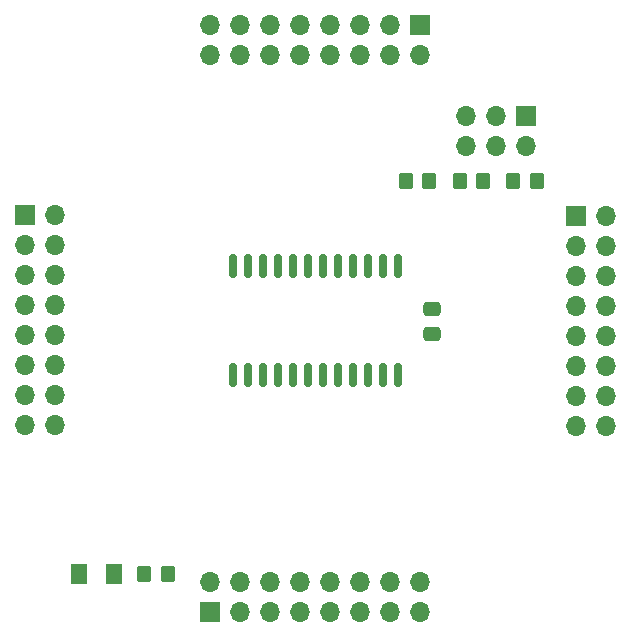
<source format=gbr>
%TF.GenerationSoftware,KiCad,Pcbnew,6.0.11+dfsg-1~bpo11+1*%
%TF.CreationDate,2023-04-06T13:49:23+02:00*%
%TF.ProjectId,dvert_11,64766572-745f-4313-912e-6b696361645f,1.1*%
%TF.SameCoordinates,Original*%
%TF.FileFunction,Soldermask,Top*%
%TF.FilePolarity,Negative*%
%FSLAX46Y46*%
G04 Gerber Fmt 4.6, Leading zero omitted, Abs format (unit mm)*
G04 Created by KiCad (PCBNEW 6.0.11+dfsg-1~bpo11+1) date 2023-04-06 13:49:23*
%MOMM*%
%LPD*%
G01*
G04 APERTURE LIST*
G04 Aperture macros list*
%AMRoundRect*
0 Rectangle with rounded corners*
0 $1 Rounding radius*
0 $2 $3 $4 $5 $6 $7 $8 $9 X,Y pos of 4 corners*
0 Add a 4 corners polygon primitive as box body*
4,1,4,$2,$3,$4,$5,$6,$7,$8,$9,$2,$3,0*
0 Add four circle primitives for the rounded corners*
1,1,$1+$1,$2,$3*
1,1,$1+$1,$4,$5*
1,1,$1+$1,$6,$7*
1,1,$1+$1,$8,$9*
0 Add four rect primitives between the rounded corners*
20,1,$1+$1,$2,$3,$4,$5,0*
20,1,$1+$1,$4,$5,$6,$7,0*
20,1,$1+$1,$6,$7,$8,$9,0*
20,1,$1+$1,$8,$9,$2,$3,0*%
G04 Aperture macros list end*
%ADD10R,1.700000X1.700000*%
%ADD11O,1.700000X1.700000*%
%ADD12RoundRect,0.250000X0.350000X0.450000X-0.350000X0.450000X-0.350000X-0.450000X0.350000X-0.450000X0*%
%ADD13RoundRect,0.150000X-0.150000X0.875000X-0.150000X-0.875000X0.150000X-0.875000X0.150000X0.875000X0*%
%ADD14RoundRect,0.250001X-0.462499X-0.624999X0.462499X-0.624999X0.462499X0.624999X-0.462499X0.624999X0*%
%ADD15RoundRect,0.250000X0.475000X-0.337500X0.475000X0.337500X-0.475000X0.337500X-0.475000X-0.337500X0*%
G04 APERTURE END LIST*
D10*
%TO.C,J3*%
X169072500Y-91865000D03*
D11*
X171612500Y-91865000D03*
X169072500Y-94405000D03*
X171612500Y-94405000D03*
X169072500Y-96945000D03*
X171612500Y-96945000D03*
X169072500Y-99485000D03*
X171612500Y-99485000D03*
X169072500Y-102025000D03*
X171612500Y-102025000D03*
X169072500Y-104565000D03*
X171612500Y-104565000D03*
X169072500Y-107105000D03*
X171612500Y-107105000D03*
X169072500Y-109645000D03*
X171612500Y-109645000D03*
%TD*%
D12*
%TO.C,R2*%
X161200000Y-88950000D03*
X159200000Y-88950000D03*
%TD*%
D13*
%TO.C,U1*%
X153985000Y-96080000D03*
X152715000Y-96080000D03*
X151445000Y-96080000D03*
X150175000Y-96080000D03*
X148905000Y-96080000D03*
X147635000Y-96080000D03*
X146365000Y-96080000D03*
X145095000Y-96080000D03*
X143825000Y-96080000D03*
X142555000Y-96080000D03*
X141285000Y-96080000D03*
X140015000Y-96080000D03*
X140015000Y-105380000D03*
X141285000Y-105380000D03*
X142555000Y-105380000D03*
X143825000Y-105380000D03*
X145095000Y-105380000D03*
X146365000Y-105380000D03*
X147635000Y-105380000D03*
X148905000Y-105380000D03*
X150175000Y-105380000D03*
X151445000Y-105380000D03*
X152715000Y-105380000D03*
X153985000Y-105380000D03*
%TD*%
D10*
%TO.C,J4*%
X122417500Y-91820000D03*
D11*
X124957500Y-91820000D03*
X122417500Y-94360000D03*
X124957500Y-94360000D03*
X122417500Y-96900000D03*
X124957500Y-96900000D03*
X122417500Y-99440000D03*
X124957500Y-99440000D03*
X122417500Y-101980000D03*
X124957500Y-101980000D03*
X122417500Y-104520000D03*
X124957500Y-104520000D03*
X122417500Y-107060000D03*
X124957500Y-107060000D03*
X122417500Y-109600000D03*
X124957500Y-109600000D03*
%TD*%
D12*
%TO.C,R3*%
X156650000Y-88950000D03*
X154650000Y-88950000D03*
%TD*%
%TO.C,R4*%
X134477500Y-122230000D03*
X132477500Y-122230000D03*
%TD*%
%TO.C,R1*%
X165750000Y-88950000D03*
X163750000Y-88950000D03*
%TD*%
D10*
%TO.C,J5*%
X164825000Y-83385000D03*
D11*
X164825000Y-85925000D03*
X162285000Y-83385000D03*
X162285000Y-85925000D03*
X159745000Y-83385000D03*
X159745000Y-85925000D03*
%TD*%
D10*
%TO.C,J1*%
X155852500Y-75730000D03*
D11*
X155852500Y-78270000D03*
X153312500Y-75730000D03*
X153312500Y-78270000D03*
X150772500Y-75730000D03*
X150772500Y-78270000D03*
X148232500Y-75730000D03*
X148232500Y-78270000D03*
X145692500Y-75730000D03*
X145692500Y-78270000D03*
X143152500Y-75730000D03*
X143152500Y-78270000D03*
X140612500Y-75730000D03*
X140612500Y-78270000D03*
X138072500Y-75730000D03*
X138072500Y-78270000D03*
%TD*%
D10*
%TO.C,J2*%
X138072500Y-125395000D03*
D11*
X138072500Y-122855000D03*
X140612500Y-125395000D03*
X140612500Y-122855000D03*
X143152500Y-125395000D03*
X143152500Y-122855000D03*
X145692500Y-125395000D03*
X145692500Y-122855000D03*
X148232500Y-125395000D03*
X148232500Y-122855000D03*
X150772500Y-125395000D03*
X150772500Y-122855000D03*
X153312500Y-125395000D03*
X153312500Y-122855000D03*
X155852500Y-125395000D03*
X155852500Y-122855000D03*
%TD*%
D14*
%TO.C,D1*%
X126990000Y-122230000D03*
X129965000Y-122230000D03*
%TD*%
D15*
%TO.C,C1*%
X156880000Y-101855000D03*
X156880000Y-99780000D03*
%TD*%
M02*

</source>
